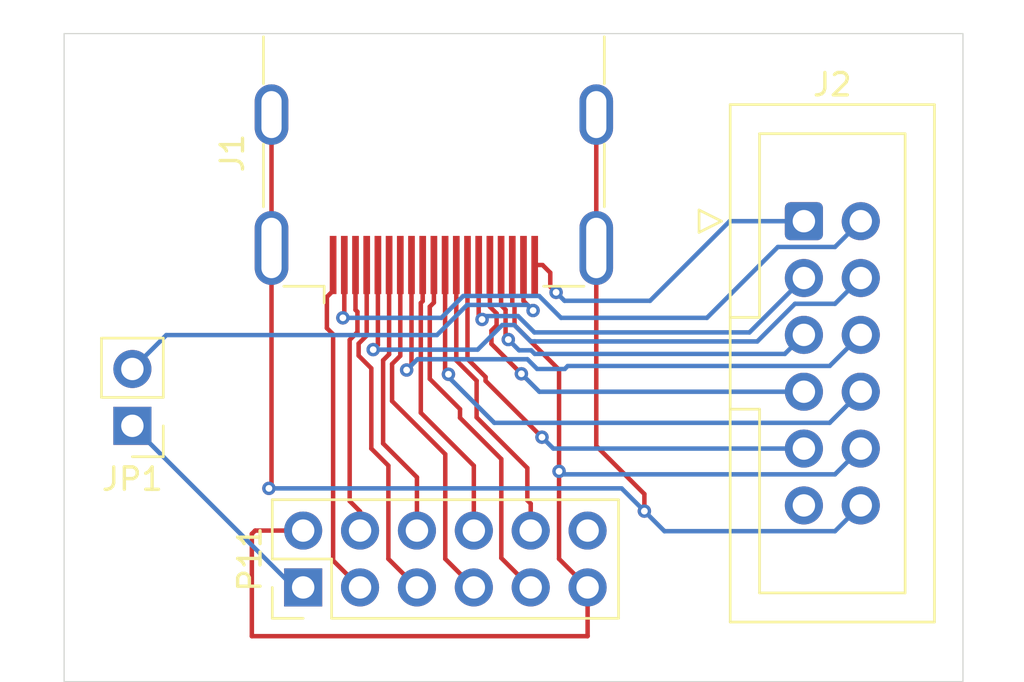
<source format=kicad_pcb>
(kicad_pcb (version 20241229) (generator "pcbnew") (generator_version "9.0")
  (layers (0 "F.Cu" signal) (2 "B.Cu" signal) (13 "F.Paste" user) (15 "B.Paste" user) (5 "F.SilkS" user "F.Silkscreen") (7 "B.SilkS" user "B.Silkscreen") (1 "F.Mask" user) (3 "B.Mask" user) (25 "Edge.Cuts" user))
  (net 0 "")
  (net 1 "Net-(J2-Pin_12)")
  (net 2 "Net-(J1-D2+)")
  (net 3 "Net-(J1-D0+)")
  (net 4 "Net-(J1-D2-)")
  (net 5 "Net-(J1-SDA)")
  (net 6 "GND")
  (net 7 "Net-(J1-+5V)")
  (net 8 "Net-(J1-D1S)")
  (net 9 "Net-(J1-CEC)")
  (net 10 "Net-(J1-HPD)")
  (net 11 "Net-(J1-UTILITY)")
  (net 12 "Net-(J1-D1+)")
  (net 13 "Net-(J1-CK+)")
  (net 14 "Net-(J1-D0-)")
  (net 15 "Net-(J1-CK-)")
  (net 16 "Net-(J1-SCL)")
  (net 17 "Net-(J1-D0S)")
  (net 18 "Net-(J1-D2S)")
  (net 19 "Net-(J1-CKS)")
  (net 20 "Net-(J1-D1-)")
  (net 22 "Net-(JP1-A)")
  (footprint "Connector_Video:HDMI_A_Molex_208658-1001_Horizontal" (layer "F.Cu") (at 135.128 87.572 90)
    (property "Reference" "J1" (at 1.715 -9 90) (layer "F.SilkS"))
    (property "Value" "HDMI_A")
    (fp_line (start 4.815 -7.61) (end 6.915 -7.61) (stroke (width 0.12)) (layer "F.SilkS"))
    (fp_line (start -0.685 -7.61) (end 2.115 -7.61) (stroke (width 0.12)) (layer "F.SilkS"))
    (fp_line (start -4.235 -4.9) (end -4.235 -6.7) (stroke (width 0.12)) (layer "F.SilkS"))
    (fp_line (start -4.985 -4.9) (end -4.235 -4.9) (stroke (width 0.12)) (layer "F.SilkS"))
    (fp_line (start -4.235 6.7) (end -4.235 4.9) (stroke (width 0.12)) (layer "F.SilkS"))
    (fp_line (start 4.815 7.61) (end 6.915 7.61) (stroke (width 0.12)) (layer "F.SilkS"))
    (fp_line (start -0.685 7.61) (end 2.115 7.61) (stroke (width 0.12)) (layer "F.SilkS"))
    (pad "1" smd rect (at -3.285 -4.5 90) (size 2.6 0.3) (layers "F.Cu" "F.Mask" "F.Paste") (net 2 "Net-(J1-D2+)"))
    (pad "2" smd rect (at -3.285 -4 90) (size 2.6 0.3) (layers "F.Cu" "F.Mask" "F.Paste") (net 18 "Net-(J1-D2S)"))
    (pad "3" smd rect (at -3.285 -3.5 90) (size 2.6 0.3) (layers "F.Cu" "F.Mask" "F.Paste") (net 4 "Net-(J1-D2-)"))
    (pad "4" smd rect (at -3.285 -3 90) (size 2.6 0.3) (layers "F.Cu" "F.Mask" "F.Paste") (net 12 "Net-(J1-D1+)"))
    (pad "5" smd rect (at -3.285 -2.5 90) (size 2.6 0.3) (layers "F.Cu" "F.Mask" "F.Paste") (net 8 "Net-(J1-D1S)"))
    (pad "6" smd rect (at -3.285 -2 90) (size 2.6 0.3) (layers "F.Cu" "F.Mask" "F.Paste") (net 20 "Net-(J1-D1-)"))
    (pad "7" smd rect (at -3.285 -1.5 90) (size 2.6 0.3) (layers "F.Cu" "F.Mask" "F.Paste") (net 3 "Net-(J1-D0+)"))
    (pad "8" smd rect (at -3.285 -1 90) (size 2.6 0.3) (layers "F.Cu" "F.Mask" "F.Paste") (net 17 "Net-(J1-D0S)"))
    (pad "9" smd rect (at -3.285 -0.5 90) (size 2.6 0.3) (layers "F.Cu" "F.Mask" "F.Paste") (net 14 "Net-(J1-D0-)"))
    (pad "10" smd rect (at -3.285 0 90) (size 2.6 0.3) (layers "F.Cu" "F.Mask" "F.Paste") (net 13 "Net-(J1-CK+)"))
    (pad "11" smd rect (at -3.285 0.5 90) (size 2.6 0.3) (layers "F.Cu" "F.Mask" "F.Paste") (net 19 "Net-(J1-CKS)"))
    (pad "12" smd rect (at -3.285 1 90) (size 2.6 0.3) (layers "F.Cu" "F.Mask" "F.Paste") (net 15 "Net-(J1-CK-)"))
    (pad "13" smd rect (at -3.285 1.5 90) (size 2.6 0.3) (layers "F.Cu" "F.Mask" "F.Paste") (net 9 "Net-(J1-CEC)"))
    (pad "14" smd rect (at -3.285 2 90) (size 2.6 0.3) (layers "F.Cu" "F.Mask" "F.Paste") (net 11 "Net-(J1-UTILITY)"))
    (pad "15" smd rect (at -3.285 2.5 90) (size 2.6 0.3) (layers "F.Cu" "F.Mask" "F.Paste") (net 16 "Net-(J1-SCL)"))
    (pad "16" smd rect (at -3.285 3 90) (size 2.6 0.3) (layers "F.Cu" "F.Mask" "F.Paste") (net 5 "Net-(J1-SDA)"))
    (pad "17" smd rect (at -3.285 3.5 90) (size 2.6 0.3) (layers "F.Cu" "F.Mask" "F.Paste") (net 6 "GND"))
    (pad "18" smd rect (at -3.285 4 90) (size 2.6 0.3) (layers "F.Cu" "F.Mask" "F.Paste") (net 7 "Net-(J1-+5V)"))
    (pad "19" smd rect (at -3.285 4.5 90) (size 2.6 0.3) (layers "F.Cu" "F.Mask" "F.Paste") (net 10 "Net-(J1-HPD)"))
    (pad "SH" thru_hole oval (at -2.525 -7.25 90) (size 3.3 1.5) (drill oval 2.7 0.9) (layers "*.Cu" "*.Mask") (net 1 "Net-(J2-Pin_12)"))
    (pad "SH" thru_hole oval (at -2.525 7.25 90) (size 3.3 1.5) (drill oval 2.7 0.9) (layers "*.Cu" "*.Mask") (net 1 "Net-(J2-Pin_12)"))
    (pad "SH" thru_hole oval (at 3.435 -7.25 90) (size 2.7 1.5) (drill oval 2.1 0.9) (layers "*.Cu" "*.Mask") (net 1 "Net-(J2-Pin_12)"))
    (pad "SH" thru_hole oval (at 3.435 7.25 90) (size 2.7 1.5) (drill oval 2.1 0.9) (layers "*.Cu" "*.Mask") (net 1 "Net-(J2-Pin_12)"))
  )
  (footprint "Connector_PinHeader_2.54mm:PinHeader_2x06_P2.54mm_Vertical" (layer "F.Cu") (at 129.291 105.264 90)
    (property "Reference" "P11" (at 1.27 -2.38 90) (layer "F.SilkS"))
    (property "Value" "~")
    (fp_line (start 3.92 -1.38) (end 3.92 14.08) (stroke (width 0.12)) (layer "F.SilkS"))
    (fp_line (start 1.27 -1.38) (end 3.92 -1.38) (stroke (width 0.12)) (layer "F.SilkS"))
    (fp_line (start -1.38 -1.38) (end 0 -1.38) (stroke (width 0.12)) (layer "F.SilkS"))
    (fp_line (start -1.38 0) (end -1.38 -1.38) (stroke (width 0.12)) (layer "F.SilkS"))
    (fp_line (start 1.27 1.27) (end 1.27 -1.38) (stroke (width 0.12)) (layer "F.SilkS"))
    (fp_line (start -1.38 1.27) (end 1.27 1.27) (stroke (width 0.12)) (layer "F.SilkS"))
    (fp_line (start -1.38 1.27) (end -1.38 14.08) (stroke (width 0.12)) (layer "F.SilkS"))
    (fp_line (start -1.38 14.08) (end 3.92 14.08) (stroke (width 0.12)) (layer "F.SilkS"))
    (pad "1" thru_hole rect (at 0 0 90) (size 1.7 1.7) (drill 1) (layers "*.Cu" "*.Mask") (net 22 "Net-(JP1-A)"))
    (pad "2" thru_hole circle (at 2.54 0 90) (size 1.7 1.7) (drill 1) (layers "*.Cu" "*.Mask") (net 6 "GND"))
    (pad "3" thru_hole circle (at 0 2.54 90) (size 1.7 1.7) (drill 1) (layers "*.Cu" "*.Mask") (net 2 "Net-(J1-D2+)"))
    (pad "4" thru_hole circle (at 2.54 2.54 90) (size 1.7 1.7) (drill 1) (layers "*.Cu" "*.Mask") (net 4 "Net-(J1-D2-)"))
    (pad "5" thru_hole circle (at 0 5.08 90) (size 1.7 1.7) (drill 1) (layers "*.Cu" "*.Mask") (net 12 "Net-(J1-D1+)"))
    (pad "6" thru_hole circle (at 2.54 5.08 90) (size 1.7 1.7) (drill 1) (layers "*.Cu" "*.Mask") (net 20 "Net-(J1-D1-)"))
    (pad "7" thru_hole circle (at 0 7.62 90) (size 1.7 1.7) (drill 1) (layers "*.Cu" "*.Mask") (net 3 "Net-(J1-D0+)"))
    (pad "8" thru_hole circle (at 2.54 7.62 90) (size 1.7 1.7) (drill 1) (layers "*.Cu" "*.Mask") (net 14 "Net-(J1-D0-)"))
    (pad "9" thru_hole circle (at 0 10.16 90) (size 1.7 1.7) (drill 1) (layers "*.Cu" "*.Mask") (net 13 "Net-(J1-CK+)"))
    (pad "10" thru_hole circle (at 2.54 10.16 90) (size 1.7 1.7) (drill 1) (layers "*.Cu" "*.Mask") (net 15 "Net-(J1-CK-)"))
    (pad "11" thru_hole circle (at 0 12.7 90) (size 1.7 1.7) (drill 1) (layers "*.Cu" "*.Mask") (net 6 "GND"))
    (pad "12" thru_hole circle (at 2.54 12.7 90) (size 1.7 1.7) (drill 1) (layers "*.Cu" "*.Mask"))
  )
  (footprint "Connector_PinHeader_2.54mm:PinHeader_1x02_P2.54mm_Vertical" (layer "F.Cu") (at 121.666 98.044 180)
    (property "Reference" "JP1" (at 0 -2.38 0) (layer "F.SilkS"))
    (property "Value" "Jumper_2_Open")
    (fp_line (start 1.38 1.27) (end 1.38 3.92) (stroke (width 0.12)) (layer "F.SilkS"))
    (fp_line (start -1.38 3.92) (end 1.38 3.92) (stroke (width 0.12)) (layer "F.SilkS"))
    (fp_line (start -1.38 1.27) (end 1.38 1.27) (stroke (width 0.12)) (layer "F.SilkS"))
    (fp_line (start -1.38 1.27) (end -1.38 3.92) (stroke (width 0.12)) (layer "F.SilkS"))
    (fp_line (start -1.38 0) (end -1.38 -1.38) (stroke (width 0.12)) (layer "F.SilkS"))
    (fp_line (start -1.38 -1.38) (end 0 -1.38) (stroke (width 0.12)) (layer "F.SilkS"))
    (pad "1" thru_hole rect (at 0 0 180) (size 1.7 1.7) (drill 1) (layers "*.Cu" "*.Mask") (net 22 "Net-(JP1-A)"))
    (pad "2" thru_hole circle (at 0 2.54 180) (size 1.7 1.7) (drill 1) (layers "*.Cu" "*.Mask") (net 7 "Net-(J1-+5V)"))
  )
  (footprint "Connector_IDC:IDC-Header_2x06_P2.54mm_Vertical" (layer "F.Cu") (at 151.6475 88.9)
    (property "Reference" "J2" (at 1.27 -6.1 0) (layer "F.SilkS"))
    (property "Value" "Conn_02x06_Odd_Even")
    (fp_line (start -4.68 -0.5) (end -4.68 0.5) (stroke (width 0.12)) (layer "F.SilkS"))
    (fp_line (start -4.68 0.5) (end -3.68 0) (stroke (width 0.12)) (layer "F.SilkS"))
    (fp_line (start -3.68 0) (end -4.68 -0.5) (stroke (width 0.12)) (layer "F.SilkS"))
    (fp_line (start -3.29 -5.21) (end 5.83 -5.21) (stroke (width 0.12)) (layer "F.SilkS"))
    (fp_line (start -3.29 4.3) (end -1.98 4.3) (stroke (width 0.12)) (layer "F.SilkS"))
    (fp_line (start -3.29 17.91) (end -3.29 -5.21) (stroke (width 0.12)) (layer "F.SilkS"))
    (fp_line (start -1.98 -3.91) (end 4.52 -3.91) (stroke (width 0.12)) (layer "F.SilkS"))
    (fp_line (start -1.98 4.3) (end -1.98 -3.91) (stroke (width 0.12)) (layer "F.SilkS"))
    (fp_line (start -1.98 8.4) (end -3.29 8.4) (stroke (width 0.12)) (layer "F.SilkS"))
    (fp_line (start -1.98 16.61) (end -1.98 8.4) (stroke (width 0.12)) (layer "F.SilkS"))
    (fp_line (start 4.52 -3.91) (end 4.52 16.61) (stroke (width 0.12)) (layer "F.SilkS"))
    (fp_line (start 4.52 16.61) (end -1.98 16.61) (stroke (width 0.12)) (layer "F.SilkS"))
    (fp_line (start 5.83 -5.21) (end 5.83 17.91) (stroke (width 0.12)) (layer "F.SilkS"))
    (fp_line (start 5.83 17.91) (end -3.29 17.91) (stroke (width 0.12)) (layer "F.SilkS"))
    (pad "1" thru_hole roundrect (at 0 0) (size 1.7 1.7) (drill 1) (layers "*.Cu" "*.Mask") (roundrect_rratio 0.147059) (net 10 "Net-(J1-HPD)"))
    (pad "2" thru_hole circle (at 2.54 0) (size 1.7 1.7) (drill 1) (layers "*.Cu" "*.Mask") (net 18 "Net-(J1-D2S)"))
    (pad "3" thru_hole circle (at 0 2.54) (size 1.7 1.7) (drill 1) (layers "*.Cu" "*.Mask") (net 11 "Net-(J1-UTILITY)"))
    (pad "4" thru_hole circle (at 2.54 2.54) (size 1.7 1.7) (drill 1) (layers "*.Cu" "*.Mask") (net 8 "Net-(J1-D1S)"))
    (pad "5" thru_hole circle (at 0 5.08) (size 1.7 1.7) (drill 1) (layers "*.Cu" "*.Mask") (net 5 "Net-(J1-SDA)"))
    (pad "6" thru_hole circle (at 2.54 5.08) (size 1.7 1.7) (drill 1) (layers "*.Cu" "*.Mask") (net 17 "Net-(J1-D0S)"))
    (pad "7" thru_hole circle (at 0 7.62) (size 1.7 1.7) (drill 1) (layers "*.Cu" "*.Mask") (net 16 "Net-(J1-SCL)"))
    (pad "8" thru_hole circle (at 2.54 7.62) (size 1.7 1.7) (drill 1) (layers "*.Cu" "*.Mask") (net 19 "Net-(J1-CKS)"))
    (pad "9" thru_hole circle (at 0 10.16) (size 1.7 1.7) (drill 1) (layers "*.Cu" "*.Mask") (net 9 "Net-(J1-CEC)"))
    (pad "10" thru_hole circle (at 2.54 10.16) (size 1.7 1.7) (drill 1) (layers "*.Cu" "*.Mask") (net 6 "GND"))
    (pad "11" thru_hole circle (at 0 12.7) (size 1.7 1.7) (drill 1) (layers "*.Cu" "*.Mask"))
    (pad "12" thru_hole circle (at 2.54 12.7) (size 1.7 1.7) (drill 1) (layers "*.Cu" "*.Mask") (net 1 "Net-(J2-Pin_12)"))
  )
  (gr_line (start 118.618 109.474) (end 118.618 80.518) (stroke (width 0.05)) (layer "Edge.Cuts"))
  (gr_line (start 158.75 109.474) (end 118.618 109.474) (stroke (width 0.05)) (layer "Edge.Cuts"))
  (gr_line (start 118.618 80.518) (end 158.75 80.518) (stroke (width 0.05)) (layer "Edge.Cuts"))
  (gr_line (start 158.75 80.518) (end 158.75 109.474) (stroke (width 0.05)) (layer "Edge.Cuts"))
  (segment (start 127.878 90.097) (end 127.878 100.722) (width 0.2) (layer "F.Cu") (net 1))
  (segment (start 144.526 101.854) (end 144.526 101.092) (width 0.2) (layer "F.Cu") (net 1))
  (segment (start 127.878 100.722) (end 127.762 100.838) (width 0.2) (layer "F.Cu") (net 1))
  (segment (start 144.526 101.092) (end 142.378 98.944) (width 0.2) (layer "F.Cu") (net 1))
  (segment (start 127.878 84.137) (end 127.878 90.097) (width 0.2) (layer "F.Cu") (net 1))
  (segment (start 142.378 84.137) (end 142.378 90.097) (width 0.2) (layer "F.Cu") (net 1))
  (segment (start 142.378 98.944) (end 142.378 90.097) (width 0.2) (layer "F.Cu") (net 1))
  (via (at 127.762 100.838) (size 0.6) (drill 0.3) (layers "F.Cu" "B.Cu") (net 1))
  (via (at 144.526 101.854) (size 0.6) (drill 0.3) (layers "F.Cu" "B.Cu") (net 1))
  (segment (start 127.762 100.838) (end 143.51 100.838) (width 0.2) (layer "B.Cu") (net 1))
  (segment (start 154.1875 101.6) (end 153.0365 102.751) (width 0.2) (layer "B.Cu") (net 1))
  (segment (start 153.0365 102.751) (end 145.423 102.751) (width 0.2) (layer "B.Cu") (net 1))
  (segment (start 145.423 102.751) (end 144.526 101.854) (width 0.2) (layer "B.Cu") (net 1))
  (segment (start 143.51 100.838) (end 144.526 101.854) (width 0.2) (layer "B.Cu") (net 1))
  (segment (start 130.35038 92.28462) (end 130.35038 93.677619) (width 0.2) (layer "F.Cu") (net 2))
  (segment (start 130.35038 93.677619) (end 130.628 93.955239) (width 0.2) (layer "F.Cu") (net 2))
  (segment (start 130.628 93.955239) (end 130.628 104.061) (width 0.2) (layer "F.Cu") (net 2))
  (segment (start 130.628 104.061) (end 131.831 105.264) (width 0.2) (layer "F.Cu") (net 2))
  (segment (start 130.628 92.007) (end 130.35038 92.28462) (width 0.2) (layer "F.Cu") (net 2))
  (segment (start 130.628 90.857) (end 130.628 92.007) (width 0.2) (layer "F.Cu") (net 2))
  (segment (start 135.636 99.314) (end 135.636 103.989) (width 0.2) (layer "F.Cu") (net 3))
  (segment (start 133.628 94.913561) (end 133.260505 95.281056) (width 0.2) (layer "F.Cu") (net 3))
  (segment (start 135.636 103.989) (end 136.911 105.264) (width 0.2) (layer "F.Cu") (net 3))
  (segment (start 133.628 90.857) (end 133.628 94.913561) (width 0.2) (layer "F.Cu") (net 3))
  (segment (start 133.260505 95.281056) (end 133.260505 96.938505) (width 0.2) (layer "F.Cu") (net 3))
  (segment (start 133.260505 96.938505) (end 135.636 99.314) (width 0.2) (layer "F.Cu") (net 3))
  (segment (start 131.714 92.948761) (end 131.714 93.857711) (width 0.2) (layer "F.Cu") (net 4))
  (segment (start 131.628 90.857) (end 131.628 92.862761) (width 0.2) (layer "F.Cu") (net 4))
  (segment (start 131.628 92.862761) (end 131.714 92.948761) (width 0.2) (layer "F.Cu") (net 4))
  (segment (start 131.367362 101.404919) (end 131.831 101.868557) (width 0.2) (layer "F.Cu") (net 4))
  (segment (start 131.831 101.868557) (end 131.831 102.724) (width 0.2) (layer "F.Cu") (net 4))
  (segment (start 131.714 93.857711) (end 131.367362 94.20435) (width 0.2) (layer "F.Cu") (net 4))
  (segment (start 131.367362 94.20435) (end 131.367362 101.404919) (width 0.2) (layer "F.Cu") (net 4))
  (segment (start 138.128 92.655684) (end 138.328 92.855685) (width 0.2) (layer "F.Cu") (net 5))
  (segment (start 138.328 94.06711) (end 138.45026 94.18937) (width 0.2) (layer "F.Cu") (net 5))
  (segment (start 138.128 90.857) (end 138.128 92.655684) (width 0.2) (layer "F.Cu") (net 5))
  (segment (start 138.328 92.855685) (end 138.328 94.06711) (width 0.2) (layer "F.Cu") (net 5))
  (via (at 138.45026 94.18937) (size 0.6) (drill 0.3) (layers "F.Cu" "B.Cu") (net 5))
  (segment (start 139.630984 94.83) (end 139.469858 94.668875) (width 0.2) (layer "B.Cu") (net 5))
  (segment (start 139.469858 94.668875) (end 138.929765 94.668875) (width 0.2) (layer "B.Cu") (net 5))
  (segment (start 138.929765 94.668875) (end 138.45026 94.18937) (width 0.2) (layer "B.Cu") (net 5))
  (segment (start 150.7975 94.83) (end 139.630984 94.83) (width 0.2) (layer "B.Cu") (net 5))
  (segment (start 151.6475 93.98) (end 150.7975 94.83) (width 0.2) (layer "B.Cu") (net 5))
  (segment (start 140.716 100.076) (end 140.716 103.989) (width 0.2) (layer "F.Cu") (net 6))
  (segment (start 138.728 92.69) (end 138.728 93.547871) (width 0.2) (layer "F.Cu") (net 6))
  (segment (start 138.628 90.857) (end 138.628 92.59) (width 0.2) (layer "F.Cu") (net 6))
  (segment (start 140.716 103.989) (end 141.991 105.264) (width 0.2) (layer "F.Cu") (net 6))
  (segment (start 141.991 107.437) (end 141.991 105.264) (width 0.2) (layer "F.Cu") (net 6))
  (segment (start 127 107.442) (end 141.986 107.442) (width 0.2) (layer "F.Cu") (net 6))
  (segment (start 127 102.87) (end 127 107.442) (width 0.2) (layer "F.Cu") (net 6))
  (segment (start 138.628 92.59) (end 138.728 92.69) (width 0.2) (layer "F.Cu") (net 6))
  (segment (start 129.291 102.724) (end 127.146 102.724) (width 0.2) (layer "F.Cu") (net 6))
  (segment (start 140.716 95.535871) (end 140.716 100.076) (width 0.2) (layer "F.Cu") (net 6))
  (segment (start 127.146 102.724) (end 127 102.87) (width 0.2) (layer "F.Cu") (net 6))
  (segment (start 138.728 93.547871) (end 140.716 95.535871) (width 0.2) (layer "F.Cu") (net 6))
  (segment (start 141.986 107.442) (end 141.991 107.437) (width 0.2) (layer "F.Cu") (net 6))
  (via (at 140.716 100.076) (size 0.6) (drill 0.3) (layers "F.Cu" "B.Cu") (net 6))
  (segment (start 140.851 100.211) (end 140.716 100.076) (width 0.2) (layer "B.Cu") (net 6))
  (segment (start 153.0365 100.211) (end 140.851 100.211) (width 0.2) (layer "B.Cu") (net 6))
  (segment (start 154.1875 99.06) (end 153.0365 100.211) (width 0.2) (layer "B.Cu") (net 6))
  (segment (start 139.128 92.462946) (end 139.556838 92.891784) (width 0.2) (layer "F.Cu") (net 7))
  (segment (start 139.128 90.857) (end 139.128 92.462946) (width 0.2) (layer "F.Cu") (net 7))
  (via (at 139.556838 92.891784) (size 0.6) (drill 0.3) (layers "F.Cu" "B.Cu") (net 7))
  (segment (start 121.666 95.504) (end 123.180726 93.989274) (width 0.2) (layer "B.Cu") (net 7))
  (segment (start 139.305663 92.640609) (end 139.556838 92.891784) (width 0.2) (layer "B.Cu") (net 7))
  (segment (start 135.26273 93.989274) (end 136.611395 92.640609) (width 0.2) (layer "B.Cu") (net 7))
  (segment (start 136.611395 92.640609) (end 139.305663 92.640609) (width 0.2) (layer "B.Cu") (net 7))
  (segment (start 123.180726 93.989274) (end 135.26273 93.989274) (width 0.2) (layer "B.Cu") (net 7))
  (segment (start 132.628 94.428636) (end 132.417362 94.639274) (width 0.2) (layer "F.Cu") (net 8))
  (segment (start 132.628 90.857) (end 132.628 94.428636) (width 0.2) (layer "F.Cu") (net 8))
  (via (at 132.417362 94.639274) (size 0.6) (drill 0.3) (layers "F.Cu" "B.Cu") (net 8))
  (segment (start 139.449004 94.268875) (end 138.719499 93.53937) (width 0.2) (layer "B.Cu") (net 8))
  (segment (start 137.081117 94.639274) (end 132.417362 94.639274) (width 0.2) (layer "B.Cu") (net 8))
  (segment (start 138.719499 93.53937) (end 138.181021 93.53937) (width 0.2) (layer "B.Cu") (net 8))
  (segment (start 149.567378 94.272622) (end 139.639291 94.272622) (width 0.2) (layer "B.Cu") (net 8))
  (segment (start 151.249 92.591) (end 149.567378 94.272622) (width 0.2) (layer "B.Cu") (net 8))
  (segment (start 154.1875 91.44) (end 153.0365 92.591) (width 0.2) (layer "B.Cu") (net 8))
  (segment (start 139.639291 94.272622) (end 139.635543 94.268875) (width 0.2) (layer "B.Cu") (net 8))
  (segment (start 139.635543 94.268875) (end 139.449004 94.268875) (width 0.2) (layer "B.Cu") (net 8))
  (segment (start 138.181021 93.53937) (end 137.081117 94.639274) (width 0.2) (layer "B.Cu") (net 8))
  (segment (start 153.0365 92.591) (end 151.249 92.591) (width 0.2) (layer "B.Cu") (net 8))
  (segment (start 137.43561 96.03361) (end 137.43561 95.862642) (width 0.2) (layer "F.Cu") (net 9))
  (segment (start 136.628 95.055032) (end 136.628 90.857) (width 0.2) (layer "F.Cu") (net 9))
  (segment (start 137.43561 95.862642) (end 136.628 95.055032) (width 0.2) (layer "F.Cu") (net 9))
  (segment (start 139.954 98.552) (end 137.43561 96.03361) (width 0.2) (layer "F.Cu") (net 9))
  (via (at 139.954 98.552) (size 0.6) (drill 0.3) (layers "F.Cu" "B.Cu") (net 9))
  (segment (start 140.462 99.06) (end 139.954 98.552) (width 0.2) (layer "B.Cu") (net 9))
  (segment (start 151.6475 99.06) (end 140.462 99.06) (width 0.2) (layer "B.Cu") (net 9))
  (segment (start 140.324005 91.820473) (end 140.583766 92.080234) (width 0.2) (layer "F.Cu") (net 10))
  (segment (start 139.628 90.857) (end 139.978 90.857) (width 0.2) (layer "F.Cu") (net 10))
  (segment (start 139.978 90.857) (end 140.324005 91.203005) (width 0.2) (layer "F.Cu") (net 10))
  (segment (start 140.324005 91.203005) (end 140.324005 91.820473) (width 0.2) (layer "F.Cu") (net 10))
  (via (at 140.583766 92.080234) (size 0.6) (drill 0.3) (layers "F.Cu" "B.Cu") (net 10))
  (segment (start 144.78 92.456) (end 140.959532 92.456) (width 0.2) (layer "B.Cu") (net 10))
  (segment (start 148.336 88.9) (end 144.78 92.456) (width 0.2) (layer "B.Cu") (net 10))
  (segment (start 140.959532 92.456) (end 140.583766 92.080234) (width 0.2) (layer "B.Cu") (net 10))
  (segment (start 151.6475 88.9) (end 148.336 88.9) (width 0.2) (layer "B.Cu") (net 10))
  (segment (start 137.128 93.140609) (end 137.278 93.290609) (width 0.2) (layer "F.Cu") (net 11))
  (segment (start 137.128 90.857) (end 137.128 93.140609) (width 0.2) (layer "F.Cu") (net 11))
  (via (at 137.278 93.290609) (size 0.6) (drill 0.3) (layers "F.Cu" "B.Cu") (net 11))
  (segment (start 137.429239 93.13937) (end 137.278 93.290609) (width 0.2) (layer "B.Cu") (net 11))
  (segment (start 149.218625 93.868875) (end 139.614689 93.868875) (width 0.2) (layer "B.Cu") (net 11))
  (segment (start 139.614689 93.868875) (end 138.885184 93.13937) (width 0.2) (layer "B.Cu") (net 11))
  (segment (start 151.6475 91.44) (end 149.218625 93.868875) (width 0.2) (layer "B.Cu") (net 11))
  (segment (start 138.885184 93.13937) (end 137.429239 93.13937) (width 0.2) (layer "B.Cu") (net 11))
  (segment (start 133.096 99.822) (end 133.096 103.989) (width 0.2) (layer "F.Cu") (net 12))
  (segment (start 131.767362 94.370035) (end 131.767362 94.908513) (width 0.2) (layer "F.Cu") (net 12))
  (segment (start 132.334 99.06) (end 133.096 99.822) (width 0.2) (layer "F.Cu") (net 12))
  (segment (start 131.767362 94.908513) (end 132.334 95.475151) (width 0.2) (layer "F.Cu") (net 12))
  (segment (start 133.096 103.989) (end 134.371 105.264) (width 0.2) (layer "F.Cu") (net 12))
  (segment (start 132.128 90.857) (end 132.128 94.009397) (width 0.2) (layer "F.Cu") (net 12))
  (segment (start 132.334 95.475151) (end 132.334 99.06) (width 0.2) (layer "F.Cu") (net 12))
  (segment (start 132.128 94.009397) (end 131.767362 94.370035) (width 0.2) (layer "F.Cu") (net 12))
  (segment (start 134.944 95.946164) (end 136.294066 97.29623) (width 0.2) (layer "F.Cu") (net 13))
  (segment (start 135.128 92.536944) (end 134.944 92.720944) (width 0.2) (layer "F.Cu") (net 13))
  (segment (start 134.944 92.720944) (end 134.944 95.946164) (width 0.2) (layer "F.Cu") (net 13))
  (segment (start 135.128 90.857) (end 135.128 92.536944) (width 0.2) (layer "F.Cu") (net 13))
  (segment (start 138.138 103.951) (end 139.451 105.264) (width 0.2) (layer "F.Cu") (net 13))
  (segment (start 136.294066 97.29623) (end 136.294066 97.686066) (width 0.2) (layer "F.Cu") (net 13))
  (segment (start 138.138 99.53) (end 138.138 103.951) (width 0.2) (layer "F.Cu") (net 13))
  (segment (start 136.294066 97.686066) (end 138.138 99.53) (width 0.2) (layer "F.Cu") (net 13))
  (segment (start 134.628 90.857) (end 134.628 92.47126) (width 0.2) (layer "F.Cu") (net 14))
  (segment (start 134.628 92.47126) (end 134.544 92.55526) (width 0.2) (layer "F.Cu") (net 14))
  (segment (start 136.911 99.827) (end 136.911 102.724) (width 0.2) (layer "F.Cu") (net 14))
  (segment (start 134.544 97.46) (end 136.911 99.827) (width 0.2) (layer "F.Cu") (net 14))
  (segment (start 134.544 92.55526) (end 134.544 97.46) (width 0.2) (layer "F.Cu") (net 14))
  (segment (start 139.451 101.521919) (end 139.451 102.724) (width 0.2) (layer "F.Cu") (net 15))
  (segment (start 137.03561 96.028328) (end 137.03561 97.66561) (width 0.2) (layer "F.Cu") (net 15))
  (segment (start 136.128 95.120718) (end 137.03561 96.028328) (width 0.2) (layer "F.Cu") (net 15))
  (segment (start 136.128 90.857) (end 136.128 95.120718) (width 0.2) (layer "F.Cu") (net 15))
  (segment (start 139.3 101.370919) (end 139.451 101.521919) (width 0.2) (layer "F.Cu") (net 15))
  (segment (start 139.3 99.93) (end 139.3 101.370919) (width 0.2) (layer "F.Cu") (net 15))
  (segment (start 137.03561 97.66561) (end 139.3 99.93) (width 0.2) (layer "F.Cu") (net 15))
  (segment (start 137.628 92.72137) (end 137.928 93.02137) (width 0.2) (layer "F.Cu") (net 16))
  (segment (start 137.698 93.789848) (end 137.698 94.381941) (width 0.2) (layer "F.Cu") (net 16))
  (segment (start 137.928 93.559848) (end 137.698 93.789848) (width 0.2) (layer "F.Cu") (net 16))
  (segment (start 137.628 90.857) (end 137.628 92.72137) (width 0.2) (layer "F.Cu") (net 16))
  (segment (start 137.928 93.02137) (end 137.928 93.559848) (width 0.2) (layer "F.Cu") (net 16))
  (segment (start 137.698 94.381941) (end 139.034934 95.718875) (width 0.2) (layer "F.Cu") (net 16))
  (via (at 139.034934 95.718875) (size 0.6) (drill 0.3) (layers "F.Cu" "B.Cu") (net 16))
  (segment (start 139.836059 96.52) (end 139.034934 95.718875) (width 0.2) (layer "B.Cu") (net 16))
  (segment (start 151.6475 96.52) (end 139.836059 96.52) (width 0.2) (layer "B.Cu") (net 16))
  (segment (start 134.128 90.857) (end 134.128 95.3328) (width 0.2) (layer "F.Cu") (net 17))
  (segment (start 134.128 95.3328) (end 133.910505 95.550295) (width 0.2) (layer "F.Cu") (net 17))
  (via (at 133.910505 95.550295) (size 0.6) (drill 0.3) (layers "F.Cu" "B.Cu") (net 17))
  (segment (start 139.739298 95.504) (end 139.304173 95.068875) (width 0.2) (layer "B.Cu") (net 17))
  (segment (start 154.1875 93.98) (end 152.7985 95.369) (width 0.2) (layer "B.Cu") (net 17))
  (segment (start 152.7985 95.369) (end 141.105 95.369) (width 0.2) (layer "B.Cu") (net 17))
  (segment (start 140.97 95.504) (end 139.739298 95.504) (width 0.2) (layer "B.Cu") (net 17))
  (segment (start 134.391925 95.068875) (end 133.910505 95.550295) (width 0.2) (layer "B.Cu") (net 17))
  (segment (start 139.304173 95.068875) (end 134.391925 95.068875) (width 0.2) (layer "B.Cu") (net 17))
  (segment (start 141.105 95.369) (end 140.97 95.504) (width 0.2) (layer "B.Cu") (net 17))
  (segment (start 131.128 90.857) (end 131.128 93.154) (width 0.2) (layer "F.Cu") (net 18))
  (segment (start 131.128 93.154) (end 131.064 93.218) (width 0.2) (layer "F.Cu") (net 18))
  (via (at 131.064 93.218) (size 0.6) (drill 0.3) (layers "F.Cu" "B.Cu") (net 18))
  (segment (start 136.439204 92.240609) (end 139.824902 92.240609) (width 0.2) (layer "B.Cu") (net 18))
  (segment (start 150.487 90.051) (end 153.0365 90.051) (width 0.2) (layer "B.Cu") (net 18))
  (segment (start 135.461813 93.218) (end 136.439204 92.240609) (width 0.2) (layer "B.Cu") (net 18))
  (segment (start 153.0365 90.051) (end 154.1875 88.9) (width 0.2) (layer "B.Cu") (net 18))
  (segment (start 139.824902 92.240609) (end 140.802293 93.218) (width 0.2) (layer "B.Cu") (net 18))
  (segment (start 131.064 93.218) (end 135.461813 93.218) (width 0.2) (layer "B.Cu") (net 18))
  (segment (start 147.32 93.218) (end 150.487 90.051) (width 0.2) (layer "B.Cu") (net 18))
  (segment (start 140.802293 93.218) (end 147.32 93.218) (width 0.2) (layer "B.Cu") (net 18))
  (segment (start 135.628 90.857) (end 135.628 95.588462) (width 0.2) (layer "F.Cu") (net 19))
  (segment (start 135.628 95.588462) (end 135.778 95.738462) (width 0.2) (layer "F.Cu") (net 19))
  (via (at 135.778 95.738462) (size 0.6) (drill 0.3) (layers "F.Cu" "B.Cu") (net 19))
  (segment (start 135.778 95.860925) (end 135.778 95.738462) (width 0.2) (layer "B.Cu") (net 19))
  (segment (start 154.1875 96.52) (end 152.7985 97.909) (width 0.2) (layer "B.Cu") (net 19))
  (segment (start 137.826075 97.909) (end 135.778 95.860925) (width 0.2) (layer "B.Cu") (net 19))
  (segment (start 152.7985 97.909) (end 137.826075 97.909) (width 0.2) (layer "B.Cu") (net 19))
  (segment (start 133.128 94.847875) (end 132.860505 95.115371) (width 0.2) (layer "F.Cu") (net 20))
  (segment (start 134.371 100.342563) (end 134.371 102.724) (width 0.2) (layer "F.Cu") (net 20))
  (segment (start 132.860505 95.115371) (end 132.860505 98.832068) (width 0.2) (layer "F.Cu") (net 20))
  (segment (start 132.860505 98.832068) (end 134.371 100.342563) (width 0.2) (layer "F.Cu") (net 20))
  (segment (start 133.128 90.857) (end 133.128 94.847875) (width 0.2) (layer "F.Cu") (net 20))
  (segment (start 128.886 105.264) (end 121.666 98.044) (width 0.2) (layer "B.Cu") (net 22))
  (segment (start 129.291 105.264) (end 128.886 105.264) (width 0.2) (layer "B.Cu") (net 22))
)
</source>
